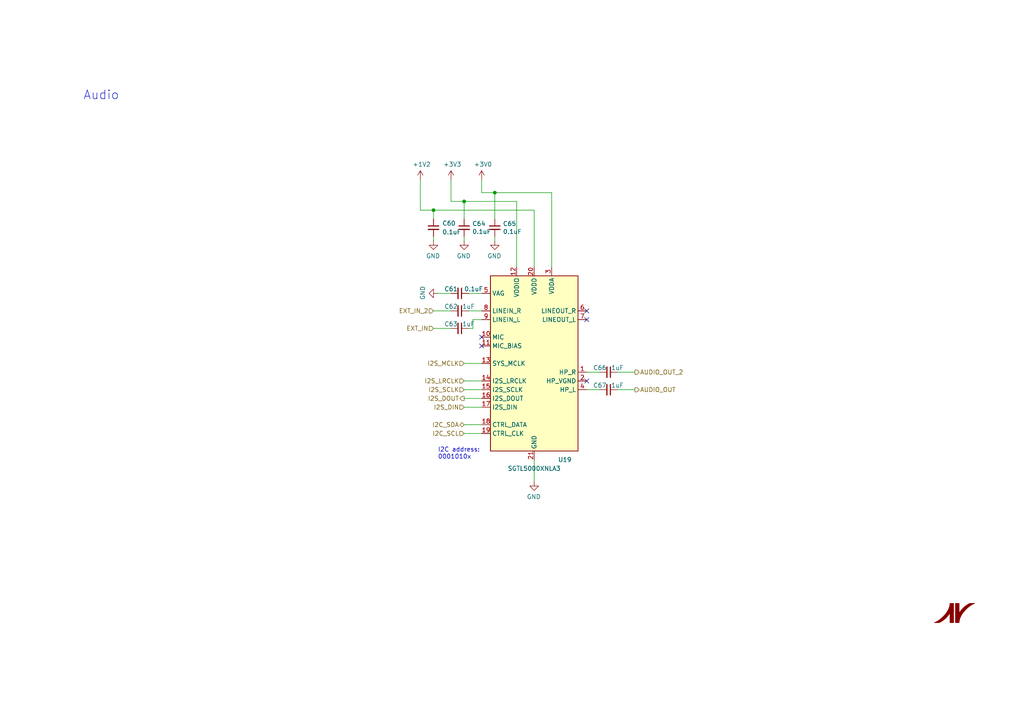
<source format=kicad_sch>
(kicad_sch (version 20210406) (generator eeschema)
  (paper "A4")
  (title_block (title "reDIP 64") (date "2021-06-12") (rev "0.2") (company "Nimrod") (comment 1 "© 2021 Dag Lem") (comment 2 "Licensed under CERN-OHL-S v2 (https://ohwr.org/cern_ohl_s_v2.txt)"))
  (lib_symbols
    (symbol "Audio:SGTL5000XNLA3"
      (property "Reference" "U" (at 0 0 0))
      (property "Value" "SGTL5000XNLA3" (at -5.08 -27.94 0))
      (symbol "SGTL5000XNLA3_0_1"
        (rectangle (start -12.7 25.4) (end 12.7 -25.4) (stroke (width 0.254)) (fill (type background)))
      )
      (symbol "SGTL5000XNLA3_1_1"
        (pin output line (at 15.24 -2.54 180) (length 2.54) (name "HP_R") (number "1"))
        (pin input line (at -15.24 7.62 0) (length 2.54) (name "MIC") (number "10"))
        (pin input line (at -15.24 5.08 0) (length 2.54) (name "MIC_BIAS") (number "11"))
        (pin power_in line (at -5.08 27.94 270) (length 2.54) (name "VDDIO") (number "12"))
        (pin input line (at -15.24 0 0) (length 2.54) (name "SYS_MCLK") (number "13"))
        (pin input line (at -15.24 -5.08 0) (length 2.54) (name "I2S_LRCLK") (number "14"))
        (pin input line (at -15.24 -7.62 0) (length 2.54) (name "I2S_SCLK") (number "15"))
        (pin output line (at -15.24 -10.16 0) (length 2.54) (name "I2S_DOUT") (number "16"))
        (pin input line (at -15.24 -12.7 0) (length 2.54) (name "I2S_DIN") (number "17"))
        (pin input line (at -15.24 -17.78 0) (length 2.54) (name "CTRL_DATA") (number "18"))
        (pin input line (at -15.24 -20.32 0) (length 2.54) (name "CTRL_CLK") (number "19"))
        (pin power_out line (at 15.24 -5.08 180) (length 2.54) (name "HP_VGND") (number "2"))
        (pin power_in line (at 0 27.94 270) (length 2.54) (name "VDDD") (number "20"))
        (pin power_in line (at 0 -27.94 90) (length 2.54) (name "GND") (number "21"))
        (pin power_in line (at 5.08 27.94 270) (length 2.54) (name "VDDA") (number "3"))
        (pin output line (at 15.24 -7.62 180) (length 2.54) (name "HP_L") (number "4"))
        (pin passive line (at -15.24 20.32 0) (length 2.54) (name "VAG") (number "5"))
        (pin output line (at 15.24 15.24 180) (length 2.54) (name "LINEOUT_R") (number "6"))
        (pin output line (at 15.24 12.7 180) (length 2.54) (name "LINEOUT_L") (number "7"))
        (pin input line (at -15.24 15.24 0) (length 2.54) (name "LINEIN_R") (number "8"))
        (pin input line (at -15.24 12.7 0) (length 2.54) (name "LINEIN_L") (number "9"))
      )
    )
    (symbol "Device:C_Small" (pin_numbers hide) (pin_names (offset 0.254) hide)
      (property "Reference" "C" (at 0.254 1.778 0))
      (property "Value" "C_Small" (at 0.254 -2.032 0))
      (symbol "C_Small_0_1"
        (polyline (pts (xy -1.524 -0.508) (xy 1.524 -0.508)) (stroke (width 0.3302)))
        (polyline (pts (xy -1.524 0.508) (xy 1.524 0.508)) (stroke (width 0.3048)))
      )
      (symbol "C_Small_1_1"
        (pin passive line (at 0 2.54 270) (length 2.032) (name "~") (number "1"))
        (pin passive line (at 0 -2.54 90) (length 2.032) (name "~") (number "2"))
      )
    )
    (symbol "power:+1V2" (power) (pin_names (offset 0))
      (property "Value" "+1V2" (at 0 3.556 0))
      (symbol "+1V2_0_1"
        (polyline (pts (xy -0.762 1.27) (xy 0 2.54)))
        (polyline (pts (xy 0 0) (xy 0 2.54)))
        (polyline (pts (xy 0 2.54) (xy 0.762 1.27)))
      )
      (symbol "+1V2_1_1"
        (pin power_in line (at 0 0 90) (length 0) hide (name "+1V2") (number "1"))
      )
    )
    (symbol "power:+3V0" (power) (pin_names (offset 0))
      (property "Value" "+3V0" (at 0 3.556 0))
      (symbol "+3V0_0_1"
        (polyline (pts (xy -0.762 1.27) (xy 0 2.54)))
        (polyline (pts (xy 0 0) (xy 0 2.54)))
        (polyline (pts (xy 0 2.54) (xy 0.762 1.27)))
      )
      (symbol "+3V0_1_1"
        (pin power_in line (at 0 0 90) (length 0) hide (name "+3V0") (number "1"))
      )
    )
    (symbol "power:+3V3" (power) (pin_names (offset 0))
      (property "Value" "+3V3" (at 0 3.556 0))
      (symbol "+3V3_0_1"
        (polyline (pts (xy -0.762 1.27) (xy 0 2.54)))
        (polyline (pts (xy 0 0) (xy 0 2.54)))
        (polyline (pts (xy 0 2.54) (xy 0.762 1.27)))
      )
      (symbol "+3V3_1_1"
        (pin power_in line (at 0 0 90) (length 0) hide (name "+3V3") (number "1"))
      )
    )
    (symbol "power:GND" (power) (pin_names (offset 0))
      (property "Value" "GND" (at 0 -3.81 0))
      (symbol "GND_0_1"
        (polyline (pts (xy 0 0) (xy 0 -1.27) (xy 1.27 -1.27) (xy 0 -2.54) (xy -1.27 -1.27) (xy 0 -1.27)))
      )
      (symbol "GND_1_1"
        (pin power_in line (at 0 0 270) (length 0) hide (name "GND") (number "1"))
      )
    )
    (symbol "reDIP:Nimrod-Logo-N" (pin_names (offset 1.016))
      (property "Reference" "#LOGO" (at 0 -1.27 0))
      (property "Value" "Nimrod-Logo-N" (at 0 1.27 0))
      (symbol "Nimrod-Logo-N_0_1"
        (polyline (pts (xy -1.3208 2.794) (xy -1.3208 2.7686) (xy -1.3462 2.5654) (xy -1.3716 2.3622) (xy -1.397 2.159) (xy -1.4478 1.9558) (xy -1.4986 1.7526) (xy -1.5748 1.5494) (xy -1.651 1.3462) (xy -1.7272 1.143) (xy -1.8288 0.9398) (xy -1.9304 0.7366) (xy -2.0574 0.5334) (xy -2.1844 0.3302) (xy -2.3114 0.1524) (xy -2.4384 -0.0508) (xy -2.5908 -0.2286) (xy -2.7178 -0.4064) (xy -2.8702 -0.5842) (xy -3.048 -0.762) (xy -3.2004 -0.9398) (xy -3.3528 -1.0922) (xy -3.5306 -1.27) (xy -3.7084 -1.4224) (xy -3.8608 -1.5748) (xy -4.0386 -1.7018) (xy -4.2164 -1.8542) (xy -4.3942 -1.9812) (xy -4.572 -2.1082) (xy -4.7244 -2.2098) (xy -4.9022 -2.3368) (xy -5.08 -2.4384) (xy -5.2324 -2.5146) (xy -5.4102 -2.6162) (xy -5.5626 -2.667) (xy -5.715 -2.7432) (xy -5.8674 -2.794) (xy -5.7912 -2.794) (xy -5.588 -2.794) (xy -5.3086 -2.794) (xy -5.0038 -2.794) (xy -4.7498 -2.794) (xy -4.5466 -2.794) (xy -4.4704 -2.794) (xy -4.2926 -2.7178) (xy -4.1148 -2.6416) (xy -3.937 -2.54) (xy -3.7592 -2.4384) (xy -3.5814 -2.3114) (xy -3.4036 -2.1844) (xy -3.2258 -2.0574) (xy -3.048 -1.9304) (xy -2.8702 -1.778) (xy -2.6924 -1.6256) (xy -2.5146 -1.4732) (xy -2.3622 -1.2954) (xy -2.2098 -1.1176) (xy -2.032 -0.9398) (xy -1.8796 -0.762) (xy -1.7526 -0.5588) (xy -1.6002 -0.381) (xy -1.4732 -0.1778) (xy -1.3208 0.0254) (xy -1.3208 -2.794) (xy -0.2794 -2.794) (xy -0.2794 2.794) (xy -1.3208 2.794)) (fill (type outline)))
        (polyline (pts (xy 4.445 2.794) (xy 4.2672 2.7178) (xy 4.0894 2.6416) (xy 3.9116 2.54) (xy 3.7338 2.4384) (xy 3.556 2.3114) (xy 3.3782 2.1844) (xy 3.2004 2.0574) (xy 3.0226 1.9304) (xy 2.8448 1.778) (xy 2.6924 1.6256) (xy 2.5146 1.4732) (xy 2.3622 1.2954) (xy 2.1844 1.1176) (xy 2.032 0.9398) (xy 1.8796 0.762) (xy 1.7272 0.5588) (xy 1.6002 0.381) (xy 1.4478 0.1778) (xy 1.3208 -0.0254) (xy 1.3208 2.794) (xy 0.254 2.794) (xy 0.254 -2.794) (xy 1.3208 -2.794) (xy 1.3208 -2.7686) (xy 1.3462 -2.5654) (xy 1.3462 -2.3622) (xy 1.397 -2.159) (xy 1.4478 -1.9558) (xy 1.4986 -1.7526) (xy 1.5494 -1.5494) (xy 1.651 -1.3462) (xy 1.7272 -1.143) (xy 1.8288 -0.9398) (xy 1.9304 -0.7366) (xy 2.0574 -0.5334) (xy 2.159 -0.3302) (xy 2.286 -0.1524) (xy 2.4384 0.0508) (xy 2.5654 0.2286) (xy 2.7178 0.4064) (xy 2.8702 0.5842) (xy 3.0226 0.762) (xy 3.2004 0.9398) (xy 3.3528 1.1176) (xy 3.5306 1.27) (xy 3.683 1.4224) (xy 3.8608 1.5748) (xy 4.0386 1.7272) (xy 4.2164 1.8542) (xy 4.3942 1.9812) (xy 4.572 2.1082) (xy 4.7244 2.2098) (xy 4.9022 2.3368) (xy 5.08 2.4384) (xy 5.2324 2.5146) (xy 5.4102 2.6162) (xy 5.5626 2.667) (xy 5.715 2.7432) (xy 5.8674 2.794) (xy 5.7912 2.794) (xy 5.588 2.794) (xy 5.3086 2.794) (xy 5.0038 2.794) (xy 4.7244 2.794) (xy 4.5212 2.794) (xy 4.445 2.794)) (fill (type outline)))
      )
    )
  )
  (junction (at 125.73 60.96) (diameter 0.9144))
  (junction (at 134.62 58.42) (diameter 0.9144))
  (junction (at 143.51 55.88) (diameter 0.9144))
  (no_connect (at 139.7 97.79))
  (no_connect (at 139.7 100.33))
  (no_connect (at 170.18 90.17))
  (no_connect (at 170.18 92.71))
  (no_connect (at 170.18 110.49))
  (wire (pts (xy 121.92 52.07) (xy 121.92 60.96)))
  (wire (pts (xy 125.73 60.96) (xy 121.92 60.96)))
  (wire (pts (xy 125.73 63.5) (xy 125.73 60.96)))
  (wire (pts (xy 125.73 68.58) (xy 125.73 69.85)))
  (wire (pts (xy 125.73 90.17) (xy 130.81 90.17)))
  (wire (pts (xy 125.73 95.25) (xy 130.81 95.25)))
  (wire (pts (xy 127 85.09) (xy 130.81 85.09)))
  (wire (pts (xy 130.81 58.42) (xy 130.81 52.07)))
  (wire (pts (xy 130.81 58.42) (xy 134.62 58.42)))
  (wire (pts (xy 134.62 58.42) (xy 134.62 63.5)))
  (wire (pts (xy 134.62 58.42) (xy 149.86 58.42)))
  (wire (pts (xy 134.62 68.58) (xy 134.62 69.85)))
  (wire (pts (xy 134.62 105.41) (xy 139.7 105.41)))
  (wire (pts (xy 134.62 110.49) (xy 139.7 110.49)))
  (wire (pts (xy 134.62 113.03) (xy 139.7 113.03)))
  (wire (pts (xy 134.62 115.57) (xy 139.7 115.57)))
  (wire (pts (xy 134.62 118.11) (xy 139.7 118.11)))
  (wire (pts (xy 134.62 123.19) (xy 139.7 123.19)))
  (wire (pts (xy 134.62 125.73) (xy 139.7 125.73)))
  (wire (pts (xy 135.89 85.09) (xy 139.7 85.09)))
  (wire (pts (xy 137.16 92.71) (xy 137.16 95.25)))
  (wire (pts (xy 137.16 92.71) (xy 139.7 92.71)))
  (wire (pts (xy 137.16 95.25) (xy 135.89 95.25)))
  (wire (pts (xy 139.7 52.07) (xy 139.7 55.88)))
  (wire (pts (xy 139.7 90.17) (xy 135.89 90.17)))
  (wire (pts (xy 143.51 55.88) (xy 139.7 55.88)))
  (wire (pts (xy 143.51 55.88) (xy 143.51 63.5)))
  (wire (pts (xy 143.51 68.58) (xy 143.51 69.85)))
  (wire (pts (xy 149.86 58.42) (xy 149.86 77.47)))
  (wire (pts (xy 154.94 60.96) (xy 125.73 60.96)))
  (wire (pts (xy 154.94 60.96) (xy 154.94 77.47)))
  (wire (pts (xy 154.94 133.35) (xy 154.94 139.7)))
  (wire (pts (xy 160.02 55.88) (xy 143.51 55.88)))
  (wire (pts (xy 160.02 55.88) (xy 160.02 77.47)))
  (wire (pts (xy 170.18 107.95) (xy 173.99 107.95)))
  (wire (pts (xy 170.18 113.03) (xy 173.99 113.03)))
  (wire (pts (xy 179.07 107.95) (xy 184.15 107.95)))
  (wire (pts (xy 179.07 113.03) (xy 184.15 113.03)))
  (text "Audio" (at 24.13 29.21 0) (effects (font (size 2.54 2.54)) (justify left bottom)))
  (text "I2C address:\n0001010x" (at 127 133.35 0) (effects (font (size 1.27 1.27)) (justify left bottom)))
  (hierarchical_label "EXT_IN_2" (shape input) (at 125.73 90.17 180))
  (hierarchical_label "EXT_IN" (shape input) (at 125.73 95.25 180))
  (hierarchical_label "I2S_MCLK" (shape input) (at 134.62 105.41 180))
  (hierarchical_label "I2S_LRCLK" (shape input) (at 134.62 110.49 180))
  (hierarchical_label "I2S_SCLK" (shape input) (at 134.62 113.03 180))
  (hierarchical_label "I2S_DOUT" (shape output) (at 134.62 115.57 180))
  (hierarchical_label "I2S_DIN" (shape input) (at 134.62 118.11 180))
  (hierarchical_label "I2C_SDA" (shape bidirectional) (at 134.62 123.19 180))
  (hierarchical_label "I2C_SCL" (shape input) (at 134.62 125.73 180))
  (hierarchical_label "AUDIO_OUT_2" (shape output) (at 184.15 107.95 0))
  (hierarchical_label "AUDIO_OUT" (shape output) (at 184.15 113.03 0))
  (symbol (lib_id "power:+1V2") (at 121.92 52.07 0) (unit 1)
    (property "Reference" "#PWR0129" (effects hide))
    (property "Value" "+1V2" (at 122.301 47.6758 0))
  )
  (symbol (lib_id "power:+3V3") (at 130.81 52.07 0) (unit 1)
    (property "Reference" "#PWR0132" (effects hide))
    (property "Value" "+3V3" (at 131.191 47.6758 0))
  )
  (symbol (lib_id "power:+3V0") (at 139.7 52.07 0) (unit 1)
    (property "Reference" "#PWR0134" (effects hide))
    (property "Value" "+3V0" (at 140.081 47.6758 0))
  )
  (symbol (lib_id "power:GND") (at 125.73 69.85 0) (mirror y) (unit 1)
    (property "Reference" "#PWR0130" (effects hide))
    (property "Value" "GND" (at 125.603 74.2442 0))
  )
  (symbol (lib_id "power:GND") (at 127 85.09 270) (mirror x) (unit 1)
    (property "Reference" "#PWR0131" (effects hide))
    (property "Value" "GND" (at 122.6058 84.963 0))
  )
  (symbol (lib_id "power:GND") (at 134.62 69.85 0) (mirror y) (unit 1)
    (property "Reference" "#PWR0133" (effects hide))
    (property "Value" "GND" (at 134.493 74.2442 0))
  )
  (symbol (lib_id "power:GND") (at 143.51 69.85 0) (mirror y) (unit 1)
    (property "Reference" "#PWR0135" (effects hide))
    (property "Value" "GND" (at 143.383 74.2442 0))
  )
  (symbol (lib_id "power:GND") (at 154.94 139.7 0) (mirror y) (unit 1)
    (property "Reference" "#PWR0136" (effects hide))
    (property "Value" "GND" (at 154.813 144.0942 0))
  )
  (symbol (lib_id "Device:C_Small") (at 125.73 66.04 0) (unit 1)
    (property "Reference" "C60" (at 128.27 64.77 0) (effects (justify left)))
    (property "Value" "0.1uF" (at 128.27 67.31 0) (effects (justify left)))
    (property "Footprint" "Capacitor_SMD:C_0201_0603Metric" (effects hide))
    (property "Datasheet" "https://www.murata.com/products/productdetail.aspx?partno=GRM033R60J224KE15D" (effects hide))
    (property "Mfg" "Murata" (effects hide))
    (property "PN" "GRM033R60J224KE15D" (effects hide))
    (property "Description" "CAP CER 0.22uF 6.3V 20% X5R 0201" (effects hide))
    (property "Notes" "1.2V DC DERATED TO 0.1uF" (effects hide))
  )
  (symbol (lib_id "Device:C_Small") (at 133.35 85.09 270) (unit 1)
    (property "Reference" "C61" (at 130.81 83.82 90))
    (property "Value" "0.1uF" (at 134.62 83.82 90) (effects (justify left)))
    (property "Footprint" "Capacitor_SMD:C_0201_0603Metric" (effects hide))
    (property "Datasheet" "https://www.murata.com/products/productdetail.aspx?partno=GRM033R60J224KE15D" (effects hide))
    (property "Mfg" "Murata" (effects hide))
    (property "PN" "GRM033R60J224KE15D" (effects hide))
    (property "Description" "CAP CER 0.22uF 6.3V 20% X5R 0201" (effects hide))
    (property "Notes" "1.5V DC VAG DERATED TO 0.1uF" (effects hide))
  )
  (symbol (lib_id "Device:C_Small") (at 133.35 90.17 270) (unit 1)
    (property "Reference" "C62" (at 130.81 88.9 90))
    (property "Value" "1uF" (at 135.89 88.9 90))
    (property "Footprint" "Capacitor_SMD:C_0201_0603Metric" (effects hide))
    (property "Datasheet" "https://www.murata.com/products/productdetail.aspx?partno=GRM033C80J105ME05D" (effects hide))
    (property "Mfg" "Murata" (effects hide))
    (property "PN" "GRM033C80J105ME05D" (effects hide))
    (property "Description" "CAP CER 1uF 6.3V 20% X6S 0201" (effects hide))
    (property "Notes" "1.5V DC AUDIO" (effects hide))
  )
  (symbol (lib_id "Device:C_Small") (at 133.35 95.25 270) (unit 1)
    (property "Reference" "C63" (at 130.81 93.98 90))
    (property "Value" "1uF" (at 135.89 93.98 90))
    (property "Footprint" "Capacitor_SMD:C_0201_0603Metric" (effects hide))
    (property "Datasheet" "https://www.murata.com/products/productdetail.aspx?partno=GRM033C80J105ME05D" (effects hide))
    (property "Mfg" "Murata" (effects hide))
    (property "PN" "GRM033C80J105ME05D" (effects hide))
    (property "Description" "CAP CER 1uF 6.3V 20% X6S 0201" (effects hide))
    (property "Notes" "1.5V DC AUDIO" (effects hide))
  )
  (symbol (lib_id "Device:C_Small") (at 134.62 66.04 0) (unit 1)
    (property "Reference" "C64" (at 136.9568 64.8716 0) (effects (justify left)))
    (property "Value" "0.1uF" (at 136.9568 67.183 0) (effects (justify left)))
    (property "Footprint" "Capacitor_SMD:C_0201_0603Metric" (effects hide))
    (property "Datasheet" "https://www.murata.com/products/productdetail.aspx?partno=GRM033R60J224KE15D" (effects hide))
    (property "Mfg" "Murata" (effects hide))
    (property "PN" "GRM033R60J224KE15D" (effects hide))
    (property "Description" "CAP CER 0.22uF 6.3V 20% X5R 0201" (effects hide))
    (property "Notes" "3.3V DC DERATED TO 0.1uF" (effects hide))
  )
  (symbol (lib_id "Device:C_Small") (at 143.51 66.04 0) (unit 1)
    (property "Reference" "C65" (at 145.8468 64.8716 0) (effects (justify left)))
    (property "Value" "0.1uF" (at 145.8468 67.183 0) (effects (justify left)))
    (property "Footprint" "Capacitor_SMD:C_0201_0603Metric" (effects hide))
    (property "Datasheet" "https://www.murata.com/products/productdetail.aspx?partno=GRM033R60J224KE15D" (effects hide))
    (property "Mfg" "Murata" (effects hide))
    (property "PN" "GRM033R60J224KE15D" (effects hide))
    (property "Description" "CAP CER 0.22uF 6.3V 20% X5R 0201" (effects hide))
    (property "Notes" "3.3V DC DERATED TO 0.1uF" (effects hide))
  )
  (symbol (lib_id "Device:C_Small") (at 176.53 107.95 270) (unit 1)
    (property "Reference" "C66" (at 173.99 106.68 90))
    (property "Value" "1uF" (at 179.07 106.68 90))
    (property "Footprint" "Capacitor_SMD:C_0201_0603Metric" (effects hide))
    (property "Datasheet" "https://www.murata.com/products/productdetail.aspx?partno=GRM033C80J105ME05D" (effects hide))
    (property "Mfg" "Murata" (effects hide))
    (property "PN" "GRM033C80J105ME05D" (effects hide))
    (property "Description" "CAP CER 1uF 6.3V 20% X6S 0201" (effects hide))
    (property "Notes" "1.5V DC AUDIO" (effects hide))
  )
  (symbol (lib_id "Device:C_Small") (at 176.53 113.03 270) (unit 1)
    (property "Reference" "C67" (at 173.99 111.76 90))
    (property "Value" "1uF" (at 179.07 111.76 90))
    (property "Footprint" "Capacitor_SMD:C_0201_0603Metric" (effects hide))
    (property "Datasheet" "https://www.murata.com/products/productdetail.aspx?partno=GRM033C80J105ME05D" (effects hide))
    (property "Mfg" "Murata" (effects hide))
    (property "PN" "GRM033C80J105ME05D" (effects hide))
    (property "Description" "CAP CER 1uF 6.3V 20% X6S 0201" (effects hide))
    (property "Notes" "1.5V DC AUDIO" (effects hide))
  )
  (symbol (lib_id "reDIP:Nimrod-Logo-N") (at 276.86 177.8 0) (unit 1)
    (property "Reference" "#LOGO6" (effects hide))
    (property "Value" "Nimrod-Logo-N" (effects hide))
  )
  (symbol (lib_id "Audio:SGTL5000XNLA3") (at 154.94 105.41 0) (unit 1)
    (property "Reference" "U19" (at 163.83 133.35 0))
    (property "Value" "SGTL5000XNLA3" (at 154.94 135.89 0))
    (property "Footprint" "Package_DFN_QFN:QFN-20-1EP_3x3mm_P0.4mm_EP1.65x1.65mm" (effects hide))
    (property "Datasheet" "https://www.nxp.com/docs/en/data-sheet/SGTL5000.pdf" (effects hide))
    (property "Description" "IC AUDIO CODEC UQFN-20" (effects hide))
    (property "Mfg" "NXP" (effects hide))
    (property "PN" "SGTL5000XNLA3R2" (effects hide))
  )
)
</source>
